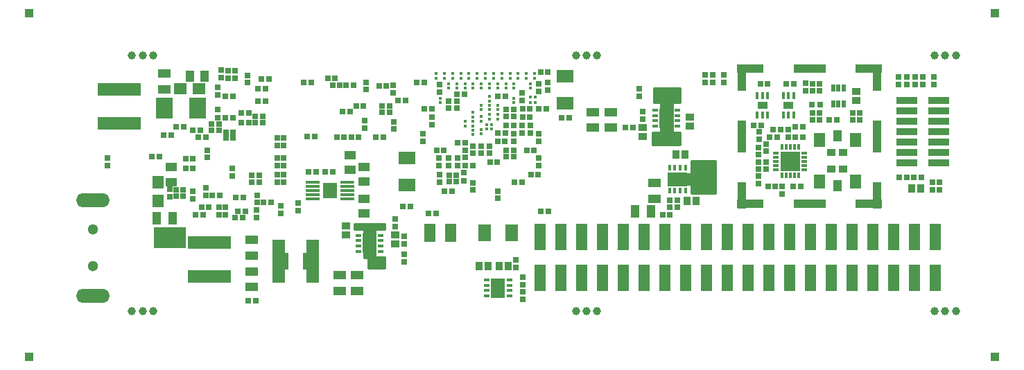
<source format=gbs>
G04 (created by PCBNEW (2013-07-07 BZR 4022)-stable) date 27/11/2015 23:20:48*
%MOIN*%
G04 Gerber Fmt 3.4, Leading zero omitted, Abs format*
%FSLAX34Y34*%
G01*
G70*
G90*
G04 APERTURE LIST*
%ADD10C,0.00590551*%
%ADD11C,0.0393701*%
%ADD12R,0.0588X0.055*%
%ADD13R,0.055X0.0588*%
%ADD14R,0.0273X0.0253*%
%ADD15R,0.0253X0.0273*%
%ADD16R,0.0392X0.0353*%
%ADD17R,0.0353X0.0392*%
%ADD18R,0.0273X0.0273*%
%ADD19R,0.0177165X0.015748*%
%ADD20R,0.015748X0.0177165*%
%ADD21R,0.082637X0.102337*%
%ADD22R,0.063937X0.083937*%
%ADD23R,0.083937X0.063937*%
%ADD24R,0.0570866X0.0393701*%
%ADD25R,0.0393701X0.0570866*%
%ADD26R,0.053937X0.129937*%
%ADD27R,0.0669291X0.015748*%
%ADD28O,0.0669291X0.015748*%
%ADD29R,0.065748X0.0779528*%
%ADD30R,0.043137X0.043137*%
%ADD31R,0.0393701X0.0354331*%
%ADD32C,0.0511811*%
%ADD33O,0.161417X0.0669291*%
%ADD34R,0.019685X0.0354331*%
%ADD35R,0.059037X0.039337*%
%ADD36R,0.207837X0.060237*%
%ADD37R,0.060237X0.207837*%
%ADD38R,0.039337X0.059037*%
%ADD39R,0.055074X0.066974*%
%ADD40R,0.0433071X0.0551181*%
%ADD41R,0.0984252X0.0338583*%
%ADD42R,0.053937X0.0905512*%
%ADD43R,0.0299213X0.0181102*%
%ADD44R,0.0181102X0.0299213*%
%ADD45R,0.0925197X0.0925197*%
%ADD46R,0.125984X0.0433071*%
%ADD47R,0.153543X0.0433071*%
%ADD48R,0.0433071X0.125984*%
%ADD49R,0.0433071X0.153543*%
%ADD50R,0.015337X0.032237*%
%ADD51R,0.051137X0.033437*%
%ADD52R,0.0295276X0.015748*%
%ADD53R,0.0669291X0.0964567*%
%ADD54R,0.015748X0.0295276*%
%ADD55R,0.0964567X0.0669291*%
%ADD56C,0.00393701*%
%ADD57C,0.01*%
G04 APERTURE END LIST*
G54D10*
G54D11*
X45118Y-60000D03*
G54D12*
X47441Y-49311D03*
X48345Y-49311D03*
G54D13*
X46377Y-53799D03*
X46377Y-54703D03*
G54D14*
X63897Y-59066D03*
X63897Y-59436D03*
X63562Y-57921D03*
X63562Y-57551D03*
X63897Y-58377D03*
X63897Y-58747D03*
X49311Y-55381D03*
X49311Y-55011D03*
X52283Y-54933D03*
X52283Y-55303D03*
X83149Y-48752D03*
X83149Y-49122D03*
G54D15*
X51700Y-48838D03*
X51330Y-48838D03*
G54D14*
X73582Y-49003D03*
X73582Y-48633D03*
X73031Y-49003D03*
X73031Y-48633D03*
X72677Y-49003D03*
X72677Y-48633D03*
X49389Y-48787D03*
X49389Y-48417D03*
G54D15*
X51543Y-49311D03*
X51173Y-49311D03*
G54D14*
X49232Y-49614D03*
X49232Y-49244D03*
G54D15*
X51543Y-49901D03*
X51173Y-49901D03*
X46425Y-52578D03*
X46055Y-52578D03*
G54D14*
X58208Y-56779D03*
X58208Y-56409D03*
X57755Y-55933D03*
X57755Y-55563D03*
X58208Y-57275D03*
X58208Y-57645D03*
G54D15*
X54771Y-53307D03*
X54401Y-53307D03*
G54D14*
X51102Y-55519D03*
X51102Y-55149D03*
G54D15*
X50440Y-55511D03*
X50070Y-55511D03*
G54D14*
X49606Y-55381D03*
X49606Y-55011D03*
G54D15*
X50578Y-55196D03*
X50208Y-55196D03*
X53964Y-53307D03*
X53594Y-53307D03*
G54D14*
X49232Y-50696D03*
X49232Y-50326D03*
X77490Y-49057D03*
X77490Y-49427D03*
G54D15*
X79013Y-50816D03*
X78643Y-50816D03*
G54D16*
X55393Y-56356D03*
X55393Y-55926D03*
G54D17*
X61812Y-57854D03*
X62242Y-57854D03*
G54D16*
X57755Y-56359D03*
X57755Y-56789D03*
G54D17*
X63187Y-57854D03*
X62757Y-57854D03*
G54D18*
X46634Y-51555D03*
X46988Y-51555D03*
X47598Y-51141D03*
X47244Y-51141D03*
X49606Y-49685D03*
X49960Y-49685D03*
X49606Y-50708D03*
X49960Y-50708D03*
X48681Y-54074D03*
X48681Y-54428D03*
X52086Y-52657D03*
X52086Y-53011D03*
X50118Y-54547D03*
X50472Y-54547D03*
X49921Y-53503D03*
X49921Y-53149D03*
X48661Y-51633D03*
X48307Y-51633D03*
X49980Y-51673D03*
X49626Y-51673D03*
X51122Y-54783D03*
X51122Y-54429D03*
X48523Y-55393D03*
X48169Y-55393D03*
X49291Y-51003D03*
X48937Y-51003D03*
X49291Y-51318D03*
X48937Y-51318D03*
X48740Y-52617D03*
X48740Y-52263D03*
X50728Y-50944D03*
X50374Y-50944D03*
X48051Y-53149D03*
X47697Y-53149D03*
X52086Y-53445D03*
X52086Y-53799D03*
X48818Y-55000D03*
X48464Y-55000D03*
X51043Y-50629D03*
X51397Y-50629D03*
X51043Y-50944D03*
X51397Y-50944D03*
X48051Y-52677D03*
X47697Y-52677D03*
X52086Y-52047D03*
X52086Y-51693D03*
X52401Y-52047D03*
X52401Y-51693D03*
X50866Y-53818D03*
X51220Y-53818D03*
X50866Y-53464D03*
X51220Y-53464D03*
X50728Y-50492D03*
X50374Y-50492D03*
X48405Y-51318D03*
X48051Y-51318D03*
X49330Y-54429D03*
X48976Y-54429D03*
X49980Y-51397D03*
X49626Y-51397D03*
X51437Y-54783D03*
X51791Y-54783D03*
X52401Y-52657D03*
X52401Y-53011D03*
X52401Y-53445D03*
X52401Y-53799D03*
X48031Y-54252D03*
X48031Y-54606D03*
X55659Y-51633D03*
X56013Y-51633D03*
X53897Y-51614D03*
X53543Y-51614D03*
X56358Y-48996D03*
X56358Y-49350D03*
X53385Y-49015D03*
X53739Y-49015D03*
X54960Y-51633D03*
X55314Y-51633D03*
X57657Y-49153D03*
X57657Y-49507D03*
X54881Y-48799D03*
X54527Y-48799D03*
X57716Y-51259D03*
X57716Y-50905D03*
X56988Y-49173D03*
X57342Y-49173D03*
X57145Y-50157D03*
X57499Y-50157D03*
X57145Y-50452D03*
X57499Y-50452D03*
X56850Y-51633D03*
X57204Y-51633D03*
X55895Y-50137D03*
X56249Y-50137D03*
X55757Y-49133D03*
X55403Y-49133D03*
X55600Y-50423D03*
X55246Y-50423D03*
X54763Y-49133D03*
X55117Y-49133D03*
X59901Y-49114D03*
X59901Y-49468D03*
X64655Y-49074D03*
X64655Y-49428D03*
X59114Y-51476D03*
X59114Y-51830D03*
X64763Y-48523D03*
X65117Y-48523D03*
X58267Y-49881D03*
X57913Y-49881D03*
X60767Y-51909D03*
X61121Y-51909D03*
X56309Y-51210D03*
X56309Y-50856D03*
X53110Y-54823D03*
X53110Y-55177D03*
G54D19*
X61712Y-48582D03*
X61712Y-48799D03*
X62303Y-50767D03*
X62303Y-50551D03*
G54D20*
X64498Y-49980D03*
X64281Y-49980D03*
G54D19*
X62106Y-48582D03*
X62106Y-48799D03*
X61909Y-51486D03*
X61909Y-51269D03*
X59744Y-48582D03*
X59744Y-48799D03*
X61909Y-50649D03*
X61909Y-50866D03*
X62500Y-48582D03*
X62500Y-48799D03*
X61515Y-51525D03*
X61515Y-51309D03*
X63681Y-48582D03*
X63681Y-48799D03*
G54D20*
X64498Y-49724D03*
X64281Y-49724D03*
G54D19*
X62893Y-48582D03*
X62893Y-48799D03*
X62696Y-50767D03*
X62696Y-50551D03*
X62303Y-49901D03*
X62303Y-49685D03*
X59940Y-49990D03*
X59940Y-49773D03*
X61318Y-48582D03*
X61318Y-48799D03*
X63287Y-48582D03*
X63287Y-48799D03*
X60334Y-49074D03*
X60334Y-49291D03*
X60137Y-48582D03*
X60137Y-48799D03*
X62155Y-51259D03*
X62155Y-51043D03*
X64074Y-48582D03*
X64074Y-48799D03*
X61515Y-50669D03*
X61515Y-50452D03*
X61122Y-50885D03*
X61122Y-51102D03*
X61909Y-49074D03*
X61909Y-49291D03*
X61515Y-50885D03*
X61515Y-51102D03*
X62303Y-49074D03*
X62303Y-49291D03*
X64468Y-48582D03*
X64468Y-48799D03*
X60531Y-48582D03*
X60531Y-48799D03*
X62696Y-50108D03*
X62696Y-50324D03*
X63090Y-49074D03*
X63090Y-49291D03*
X63484Y-49773D03*
X63484Y-49990D03*
X62696Y-49074D03*
X62696Y-49291D03*
X63484Y-49074D03*
X63484Y-49291D03*
X62411Y-51259D03*
X62411Y-51043D03*
X64271Y-49074D03*
X64271Y-49291D03*
X61122Y-49074D03*
X61122Y-49291D03*
X61515Y-49074D03*
X61515Y-49291D03*
X62303Y-50108D03*
X62303Y-50324D03*
X60728Y-49074D03*
X60728Y-49291D03*
X60925Y-48582D03*
X60925Y-48799D03*
X61909Y-50108D03*
X61909Y-50324D03*
G54D21*
X48267Y-50255D03*
X46653Y-50255D03*
G54D22*
X63366Y-56240D03*
X62066Y-56240D03*
G54D23*
X65925Y-48700D03*
X65925Y-50000D03*
X58326Y-52657D03*
X58326Y-53957D03*
G54D24*
X47007Y-53799D03*
X47007Y-53090D03*
G54D25*
X48602Y-48700D03*
X47893Y-48700D03*
G54D24*
X56279Y-54606D03*
X56279Y-55314D03*
X55590Y-53208D03*
X55590Y-52500D03*
X56279Y-53779D03*
X56279Y-53070D03*
G54D26*
X81751Y-58425D03*
X80751Y-58425D03*
X79751Y-58425D03*
X78751Y-58425D03*
X77751Y-58425D03*
X76751Y-58425D03*
X75751Y-58425D03*
X74751Y-58425D03*
X81751Y-56456D03*
X80751Y-56456D03*
X79751Y-56456D03*
X78751Y-56456D03*
X77751Y-56456D03*
X76751Y-56456D03*
X75751Y-56456D03*
X74751Y-56456D03*
X82751Y-56456D03*
X83751Y-56456D03*
X82751Y-58425D03*
X83751Y-58425D03*
X73751Y-58425D03*
X72751Y-58425D03*
X73751Y-56456D03*
X72751Y-56456D03*
X64751Y-56456D03*
X65751Y-56456D03*
X66751Y-56456D03*
X67751Y-56456D03*
X68751Y-56456D03*
X69751Y-56456D03*
X70751Y-56456D03*
X71751Y-56456D03*
X64751Y-58425D03*
X65751Y-58425D03*
X66751Y-58425D03*
X67751Y-58425D03*
X68751Y-58425D03*
X69751Y-58425D03*
X70751Y-58425D03*
X71751Y-58425D03*
G54D18*
X64291Y-53444D03*
X64645Y-53444D03*
G54D27*
X53818Y-53818D03*
X53818Y-54015D03*
G54D28*
X55472Y-53818D03*
G54D27*
X55472Y-54015D03*
X55472Y-54212D03*
X55472Y-54409D03*
X55472Y-54606D03*
X53818Y-54606D03*
X53818Y-54409D03*
X53818Y-54212D03*
G54D29*
X54645Y-54212D03*
G54D30*
X40157Y-62204D03*
X40157Y-45669D03*
X86614Y-62204D03*
X86614Y-45669D03*
G54D18*
X63090Y-50295D03*
X63090Y-50649D03*
X60728Y-50255D03*
X60728Y-49901D03*
G54D15*
X78186Y-50088D03*
X77816Y-50088D03*
G54D14*
X43937Y-53019D03*
X43937Y-52649D03*
X81968Y-49122D03*
X81968Y-48752D03*
X82362Y-49122D03*
X82362Y-48752D03*
X82755Y-49122D03*
X82755Y-48752D03*
G54D31*
X79311Y-53188D03*
X79311Y-52381D03*
X78740Y-52381D03*
X78740Y-53188D03*
G54D32*
X43228Y-56082D03*
G54D33*
X43228Y-54665D03*
X43228Y-59271D03*
G54D32*
X43228Y-57854D03*
G54D16*
X71929Y-51120D03*
X71929Y-50690D03*
X69685Y-51182D03*
X69685Y-51612D03*
G54D17*
X71711Y-52480D03*
X71281Y-52480D03*
X71792Y-54724D03*
X72222Y-54724D03*
G54D18*
X69685Y-50767D03*
X69685Y-50413D03*
G54D34*
X79340Y-49261D03*
X79084Y-49261D03*
X78828Y-49261D03*
X78828Y-50049D03*
X79084Y-50049D03*
X79340Y-50049D03*
G54D18*
X46929Y-54507D03*
X46929Y-54153D03*
X50669Y-49015D03*
X50669Y-48661D03*
X63110Y-52263D03*
X63464Y-52263D03*
X62303Y-52421D03*
X62303Y-52067D03*
X61515Y-54192D03*
X61515Y-53838D03*
X78178Y-50816D03*
X77824Y-50816D03*
X61122Y-52617D03*
X61122Y-52263D03*
X61515Y-52421D03*
X61515Y-52067D03*
X61909Y-52421D03*
X61909Y-52067D03*
X62677Y-52834D03*
X62323Y-52834D03*
X63110Y-52578D03*
X63464Y-52578D03*
X63051Y-51850D03*
X62697Y-51850D03*
X63070Y-51456D03*
X62716Y-51456D03*
X63464Y-51062D03*
X63110Y-51062D03*
X63877Y-51082D03*
X63877Y-51436D03*
X59547Y-51043D03*
X59547Y-50689D03*
X65137Y-55216D03*
X64783Y-55216D03*
X63858Y-53818D03*
X63504Y-53818D03*
X62696Y-54586D03*
X62696Y-54232D03*
X64685Y-50275D03*
X65039Y-50275D03*
X59370Y-55295D03*
X59724Y-55295D03*
X59763Y-52263D03*
X60117Y-52263D03*
X59881Y-53011D03*
X59881Y-52657D03*
X59527Y-50275D03*
X59173Y-50275D03*
X59153Y-49025D03*
X58799Y-49025D03*
X60334Y-49901D03*
X60334Y-50255D03*
X61102Y-49586D03*
X60748Y-49586D03*
X65098Y-49015D03*
X65098Y-49369D03*
X62716Y-49685D03*
X63070Y-49685D03*
X63877Y-49862D03*
X63877Y-49508D03*
X64271Y-51082D03*
X64271Y-51436D03*
X60767Y-53011D03*
X60767Y-52657D03*
X60334Y-53011D03*
X60334Y-52657D03*
X63897Y-50669D03*
X64251Y-50669D03*
X63897Y-50275D03*
X64251Y-50275D03*
X63484Y-50295D03*
X63484Y-50649D03*
X59901Y-53799D03*
X59901Y-53445D03*
X60354Y-53464D03*
X60708Y-53464D03*
X60354Y-53779D03*
X60708Y-53779D03*
X77844Y-49065D03*
X77844Y-49419D03*
X78179Y-49065D03*
X78179Y-49419D03*
X79754Y-50462D03*
X80108Y-50462D03*
X79754Y-50816D03*
X80108Y-50816D03*
X78178Y-50462D03*
X77824Y-50462D03*
X61141Y-53011D03*
X61495Y-53011D03*
G54D35*
X55118Y-58286D03*
X55118Y-59036D03*
X50885Y-58109D03*
X50885Y-58859D03*
X50885Y-57343D03*
X50885Y-56593D03*
X46653Y-49331D03*
X46653Y-48581D03*
X55944Y-58286D03*
X55944Y-59036D03*
G54D36*
X44488Y-49330D03*
X44488Y-50964D03*
X48838Y-56712D03*
X48838Y-58346D03*
G54D37*
X53799Y-57598D03*
X52165Y-57598D03*
G54D16*
X79931Y-49870D03*
X79931Y-49440D03*
G54D38*
X47067Y-55551D03*
X46317Y-55551D03*
G54D18*
X64665Y-53011D03*
X64665Y-52657D03*
X69192Y-51181D03*
X68838Y-51181D03*
X70984Y-55374D03*
X70630Y-55374D03*
X71338Y-54665D03*
X71338Y-55019D03*
X69488Y-49311D03*
X69488Y-49665D03*
X70984Y-55019D03*
X70984Y-54665D03*
X75246Y-52489D03*
X75246Y-52135D03*
X76377Y-54015D03*
X76377Y-54369D03*
X75610Y-52322D03*
X75610Y-51968D03*
X76663Y-51643D03*
X76663Y-51289D03*
X76052Y-54005D03*
X75698Y-54005D03*
X77017Y-51643D03*
X77371Y-51643D03*
X75246Y-53513D03*
X75246Y-53867D03*
X47224Y-54488D03*
X47578Y-54488D03*
X47224Y-54173D03*
X47578Y-54173D03*
X60137Y-54232D03*
X60491Y-54232D03*
X64448Y-52263D03*
X64094Y-52263D03*
X64665Y-51476D03*
X64665Y-51830D03*
G54D11*
X45118Y-47716D03*
X46141Y-47716D03*
X45629Y-47716D03*
X46141Y-60000D03*
X45629Y-60000D03*
X83700Y-47716D03*
X84212Y-47716D03*
X84724Y-47716D03*
X83700Y-60000D03*
X84212Y-60000D03*
X84724Y-60000D03*
X67480Y-47716D03*
X66968Y-47716D03*
X66456Y-47716D03*
X66456Y-60000D03*
X66968Y-60000D03*
X67480Y-60000D03*
G54D39*
X79891Y-53785D03*
X79891Y-51785D03*
X78159Y-51785D03*
X78159Y-53785D03*
G54D40*
X79025Y-51584D03*
X79025Y-53986D03*
G54D35*
X68149Y-51182D03*
X68149Y-50432D03*
X67283Y-51182D03*
X67283Y-50432D03*
G54D38*
X70060Y-55196D03*
X69310Y-55196D03*
G54D35*
X70236Y-54607D03*
X70236Y-53857D03*
G54D17*
X83029Y-54114D03*
X82599Y-54114D03*
G54D18*
X83070Y-53582D03*
X82716Y-53582D03*
G54D41*
X82381Y-49877D03*
X82381Y-50377D03*
X82381Y-51377D03*
X82381Y-50877D03*
X82381Y-52877D03*
X82381Y-52377D03*
X82381Y-51877D03*
X83917Y-49877D03*
X83917Y-50377D03*
X83917Y-50877D03*
X83917Y-52377D03*
X83917Y-51877D03*
X83917Y-51377D03*
X83917Y-52877D03*
G54D14*
X83661Y-48752D03*
X83661Y-49122D03*
X83602Y-53811D03*
X83602Y-54181D03*
X83937Y-53811D03*
X83937Y-54181D03*
G54D15*
X82000Y-53582D03*
X82370Y-53582D03*
G54D42*
X60440Y-56259D03*
X59440Y-56259D03*
G54D43*
X76958Y-52509D03*
X76958Y-52903D03*
X76958Y-53100D03*
X76958Y-52706D03*
X76564Y-52903D03*
X76564Y-52509D03*
X76564Y-53100D03*
G54D44*
X77155Y-52125D03*
X76958Y-52125D03*
X76564Y-52125D03*
X76761Y-52125D03*
X76368Y-52125D03*
X76368Y-53484D03*
X76761Y-53484D03*
X76564Y-53484D03*
X76958Y-53484D03*
X77155Y-53484D03*
G54D43*
X76082Y-52411D03*
X76082Y-52608D03*
X76082Y-53001D03*
X76082Y-52805D03*
X76082Y-53198D03*
X77440Y-53198D03*
X77440Y-52805D03*
X77440Y-53001D03*
X77440Y-52608D03*
G54D45*
X76761Y-52805D03*
G54D43*
X77440Y-52411D03*
X76564Y-52706D03*
G54D15*
X51070Y-59527D03*
X50700Y-59527D03*
G54D14*
X50078Y-48826D03*
X50078Y-48456D03*
X49744Y-48826D03*
X49744Y-48456D03*
X61062Y-53728D03*
X61062Y-53358D03*
G54D15*
X66149Y-50708D03*
X65779Y-50708D03*
X58122Y-54980D03*
X58492Y-54980D03*
G54D14*
X63484Y-51838D03*
X63484Y-51468D03*
G54D46*
X80521Y-48356D03*
G54D47*
X77687Y-48356D03*
G54D46*
X74852Y-48356D03*
G54D48*
X74438Y-48769D03*
G54D49*
X74438Y-51604D03*
G54D48*
X74438Y-54438D03*
X80935Y-48769D03*
G54D46*
X74852Y-54852D03*
G54D47*
X77687Y-54852D03*
G54D46*
X80521Y-54852D03*
G54D48*
X80935Y-54438D03*
G54D49*
X80935Y-51604D03*
G54D15*
X75937Y-51279D03*
X76307Y-51279D03*
G54D18*
X76584Y-49064D03*
X76938Y-49064D03*
X77017Y-51151D03*
X77371Y-51151D03*
X75678Y-49064D03*
X75324Y-49064D03*
X75354Y-51082D03*
X75000Y-51082D03*
G54D50*
X76938Y-50570D03*
X76682Y-50570D03*
X76426Y-50570D03*
X76426Y-49637D03*
X76682Y-49637D03*
X76938Y-49637D03*
G54D51*
X76682Y-50103D03*
G54D50*
X75679Y-50570D03*
X75423Y-50570D03*
X75167Y-50570D03*
X75167Y-49637D03*
X75423Y-49637D03*
X75679Y-49637D03*
G54D51*
X75423Y-50103D03*
G54D14*
X75255Y-51759D03*
X75255Y-51389D03*
G54D15*
X75618Y-52834D03*
X75248Y-52834D03*
X75618Y-53169D03*
X75248Y-53169D03*
X76901Y-54015D03*
X77271Y-54015D03*
X76129Y-51633D03*
X75759Y-51633D03*
G54D22*
X52342Y-57598D03*
X53642Y-57598D03*
G54D52*
X63257Y-59025D03*
X63257Y-59281D03*
X63257Y-58769D03*
X63257Y-58513D03*
X62175Y-58513D03*
X62175Y-58769D03*
X62175Y-59281D03*
G54D53*
X62716Y-58897D03*
G54D52*
X62175Y-59025D03*
X57076Y-56879D03*
X57076Y-57135D03*
X57076Y-56624D03*
X57076Y-56368D03*
X55994Y-56368D03*
X55994Y-56624D03*
X55994Y-57135D03*
G54D53*
X56535Y-56751D03*
G54D52*
X55994Y-56879D03*
X70265Y-50600D03*
X70265Y-50344D03*
X70265Y-50856D03*
X70265Y-51112D03*
X71348Y-51112D03*
X71348Y-50856D03*
X71348Y-50344D03*
G54D53*
X70807Y-50728D03*
G54D52*
X71348Y-50600D03*
G54D54*
X71210Y-54202D03*
X70954Y-54202D03*
X71466Y-54202D03*
X71722Y-54202D03*
X71722Y-53120D03*
X71466Y-53120D03*
X70954Y-53120D03*
G54D55*
X71338Y-53661D03*
G54D54*
X71210Y-53120D03*
G54D10*
G36*
X47657Y-56948D02*
X46161Y-56948D01*
X46161Y-55964D01*
X47657Y-55964D01*
X47657Y-56948D01*
X47657Y-56948D01*
G37*
G54D56*
X47657Y-56948D02*
X46161Y-56948D01*
X46161Y-55964D01*
X47657Y-55964D01*
X47657Y-56948D01*
G54D10*
G36*
X71485Y-51997D02*
X70128Y-51997D01*
X70128Y-51427D01*
X70522Y-51427D01*
X70522Y-49989D01*
X70207Y-49989D01*
X70207Y-49262D01*
X71485Y-49262D01*
X71485Y-49989D01*
X71091Y-49989D01*
X71091Y-51427D01*
X71485Y-51427D01*
X71485Y-51997D01*
X71485Y-51997D01*
G37*
G54D57*
X71485Y-51997D02*
X70128Y-51997D01*
X70128Y-51427D01*
X70522Y-51427D01*
X70522Y-49989D01*
X70207Y-49989D01*
X70207Y-49262D01*
X71485Y-49262D01*
X71485Y-49989D01*
X71091Y-49989D01*
X71091Y-51427D01*
X71485Y-51427D01*
X71485Y-51997D01*
G54D10*
G36*
X73178Y-54359D02*
X72018Y-54359D01*
X72018Y-53926D01*
X70916Y-53926D01*
X70916Y-53396D01*
X72018Y-53396D01*
X72018Y-52766D01*
X73178Y-52766D01*
X73178Y-54359D01*
X73178Y-54359D01*
G37*
G54D57*
X73178Y-54359D02*
X72018Y-54359D01*
X72018Y-53926D01*
X70916Y-53926D01*
X70916Y-53396D01*
X72018Y-53396D01*
X72018Y-52766D01*
X73178Y-52766D01*
X73178Y-54359D01*
G54D10*
G36*
X57272Y-57942D02*
X56467Y-57942D01*
X56467Y-57430D01*
X56270Y-57430D01*
X56270Y-56091D01*
X55798Y-56091D01*
X55798Y-55798D01*
X57272Y-55798D01*
X57272Y-56091D01*
X56800Y-56091D01*
X56800Y-57412D01*
X57272Y-57412D01*
X57272Y-57942D01*
X57272Y-57942D01*
G37*
G54D57*
X57272Y-57942D02*
X56467Y-57942D01*
X56467Y-57430D01*
X56270Y-57430D01*
X56270Y-56091D01*
X55798Y-56091D01*
X55798Y-55798D01*
X57272Y-55798D01*
X57272Y-56091D01*
X56800Y-56091D01*
X56800Y-57412D01*
X57272Y-57412D01*
X57272Y-57942D01*
M02*

</source>
